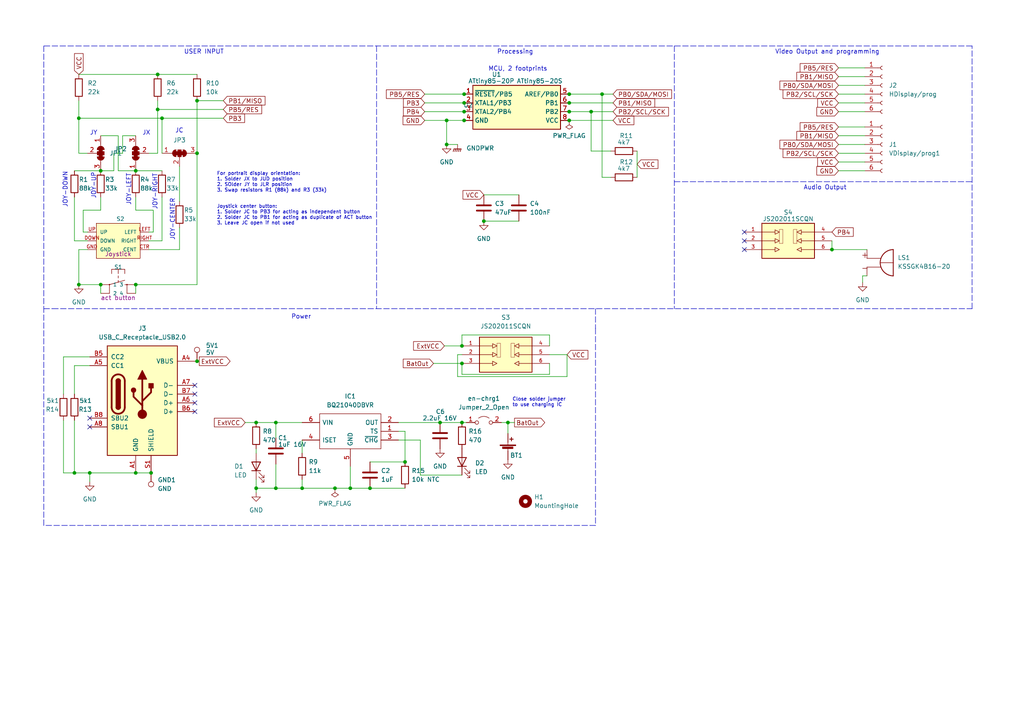
<source format=kicad_sch>
(kicad_sch (version 20211123) (generator eeschema)
  (paper "A4")
  (title_block (title "Tiny Handheld keychain ") (date "2022-11-21") (rev "2.1") (comment 2 "Heavely inspired by Yevgeniy Olexandrenko's design") (comment 3 "Designed by Casper R. Tak"))
  (lib_symbols
    (symbol "Connector:Conn_01x06_Female" (pin_names (offset 1.016) hide)
      (property "Reference" "J" (at 0 7.62 0))
      (property "Value" "Conn_01x06_Female" (at 0 -10.16 0))
      (symbol "Conn_01x06_Female_1_1"
        (arc (start 0 -7.112) (mid -0.508 -7.62) (end 0 -8.128) (stroke (width 0.1524)))
        (arc (start 0 -4.572) (mid -0.508 -5.08) (end 0 -5.588) (stroke (width 0.1524)))
        (arc (start 0 -2.032) (mid -0.508 -2.54) (end 0 -3.048) (stroke (width 0.1524)))
        (polyline (pts (xy -1.27 -7.62) (xy -0.508 -7.62)) (stroke (width 0.1524)))
        (polyline (pts (xy -1.27 -5.08) (xy -0.508 -5.08)) (stroke (width 0.1524)))
        (polyline (pts (xy -1.27 -2.54) (xy -0.508 -2.54)) (stroke (width 0.1524)))
        (polyline (pts (xy -1.27 0) (xy -0.508 0)) (stroke (width 0.1524)))
        (polyline (pts (xy -1.27 2.54) (xy -0.508 2.54)) (stroke (width 0.1524)))
        (polyline (pts (xy -1.27 5.08) (xy -0.508 5.08)) (stroke (width 0.1524)))
        (arc (start 0 0.508) (mid -0.508 0) (end 0 -0.508) (stroke (width 0.1524)))
        (arc (start 0 3.048) (mid -0.508 2.54) (end 0 2.032) (stroke (width 0.1524)))
        (arc (start 0 5.588) (mid -0.508 5.08) (end 0 4.572) (stroke (width 0.1524)))
        (pin passive line (at -5.08 5.08 0) (length 3.81) (name "Pin_1") (number "1"))
        (pin passive line (at -5.08 2.54 0) (length 3.81) (name "Pin_2") (number "2"))
        (pin passive line (at -5.08 0 0) (length 3.81) (name "Pin_3") (number "3"))
        (pin passive line (at -5.08 -2.54 0) (length 3.81) (name "Pin_4") (number "4"))
        (pin passive line (at -5.08 -5.08 0) (length 3.81) (name "Pin_5") (number "5"))
        (pin passive line (at -5.08 -7.62 0) (length 3.81) (name "Pin_6") (number "6"))
      )
    )
    (symbol "Connector:TestPoint" (pin_numbers hide) (pin_names (offset 0.762) hide)
      (property "Reference" "TP" (at 0 6.858 0))
      (property "Value" "TestPoint" (at 0 5.08 0))
      (symbol "TestPoint_0_1"
        (circle (center 0 3.302) (radius 0.762))
      )
      (symbol "TestPoint_1_1"
        (pin passive line (at 0 0 90) (length 2.54) (name "1") (number "1"))
      )
    )
    (symbol "Connector:USB_C_Receptacle_USB2.0" (pin_names (offset 1.016))
      (property "Reference" "J?" (at 0 23.495 0))
      (property "Value" "USB_C_Receptacle_USB2.0" (at 0 20.955 0))
      (symbol "USB_C_Receptacle_USB2.0_0_1"
        (rectangle (start -10.16 13.97) (end 10.16 -17.78) (stroke (width 0.254)) (fill (type background)))
        (arc (start -8.89 -3.81) (mid -6.985 -5.715) (end -5.08 -3.81) (stroke (width 0.508)))
        (arc (start -7.62 -3.81) (mid -6.985 -4.445) (end -6.35 -3.81) (stroke (width 0.254)))
        (arc (start -7.62 -3.81) (mid -6.985 -4.445) (end -6.35 -3.81) (stroke (width 0.254)) (fill (type outline)))
        (rectangle (start -7.62 -3.81) (end -6.35 3.81) (stroke (width 0.254)) (fill (type outline)))
        (arc (start -6.35 3.81) (mid -6.985 4.445) (end -7.62 3.81) (stroke (width 0.254)))
        (arc (start -6.35 3.81) (mid -6.985 4.445) (end -7.62 3.81) (stroke (width 0.254)) (fill (type outline)))
        (arc (start -5.08 3.81) (mid -6.985 5.715) (end -8.89 3.81) (stroke (width 0.508)))
        (circle (center -2.54 1.143) (radius 0.635) (stroke (width 0.254)) (fill (type outline)))
        (circle (center 0 -5.842) (radius 1.27) (fill (type outline)))
        (polyline (pts (xy -8.89 -3.81) (xy -8.89 3.81)) (stroke (width 0.508)))
        (polyline (pts (xy -5.08 3.81) (xy -5.08 -3.81)) (stroke (width 0.508)))
        (polyline (pts (xy 0 -5.842) (xy 0 4.318)) (stroke (width 0.508)))
        (polyline (pts (xy 0 -3.302) (xy -2.54 -0.762) (xy -2.54 0.508)) (stroke (width 0.508)))
        (polyline (pts (xy 0 -2.032) (xy 2.54 0.508) (xy 2.54 1.778)) (stroke (width 0.508)))
        (polyline (pts (xy -1.27 4.318) (xy 0 6.858) (xy 1.27 4.318) (xy -1.27 4.318)) (stroke (width 0.254)) (fill (type outline)))
        (rectangle (start 1.905 1.778) (end 3.175 3.048) (stroke (width 0.254)) (fill (type outline)))
      )
      (symbol "USB_C_Receptacle_USB2.0_1_1"
        (pin passive line (at -1.905 -22.86 90) (length 5.08) (name "GND") (number "A1"))
        (pin passive line (at -1.905 -22.86 90) (length 5.08) hide (name "GND") (number "A12"))
        (pin passive line (at 15.24 9.525 180) (length 5.08) (name "VBUS") (number "A4"))
        (pin bidirectional line (at -15.24 8.255 0) (length 5.08) (name "CC1") (number "A5"))
        (pin bidirectional line (at 15.24 -2.54 180) (length 5.08) (name "D+") (number "A6"))
        (pin bidirectional line (at 15.24 2.54 180) (length 5.08) (name "D-") (number "A7"))
        (pin bidirectional line (at -15.24 -9.525 0) (length 5.08) (name "SBU1") (number "A8"))
        (pin passive line (at 15.24 9.525 180) (length 5.08) hide (name "VBUS") (number "A9"))
        (pin passive line (at -1.905 -22.86 90) (length 5.08) hide (name "GND") (number "B1"))
        (pin passive line (at -1.905 -22.86 90) (length 5.08) hide (name "GND") (number "B12"))
        (pin passive line (at 15.24 9.525 180) (length 5.08) hide (name "VBUS") (number "B4"))
        (pin bidirectional line (at -15.24 10.795 0) (length 5.08) (name "CC2") (number "B5"))
        (pin bidirectional line (at 15.24 -5.08 180) (length 5.08) (name "D+") (number "B6"))
        (pin bidirectional line (at 15.24 0 180) (length 5.08) (name "D-") (number "B7"))
        (pin bidirectional line (at -15.24 -6.985 0) (length 5.08) (name "SBU2") (number "B8"))
        (pin passive line (at 15.24 9.525 180) (length 5.08) hide (name "VBUS") (number "B9"))
        (pin passive line (at 2.54 -22.86 90) (length 5.08) (name "SHIELD") (number "S1"))
      )
    )
    (symbol "Device:Battery_Cell" (pin_numbers hide) (pin_names (offset 0) hide)
      (property "Reference" "BT" (at 2.54 2.54 0))
      (property "Value" "Battery_Cell" (at 2.54 0 0))
      (symbol "Battery_Cell_0_1"
        (rectangle (start -2.286 1.778) (end 2.286 1.524) (fill (type outline)))
        (rectangle (start -1.5748 1.1938) (end 1.4732 0.6858) (fill (type outline)))
        (polyline (pts (xy 0 0.762) (xy 0 0)))
        (polyline (pts (xy 0 1.778) (xy 0 2.54)))
        (polyline (pts (xy 0.508 3.429) (xy 1.524 3.429)) (stroke (width 0.254)))
        (polyline (pts (xy 1.016 3.937) (xy 1.016 2.921)) (stroke (width 0.254)))
      )
      (symbol "Battery_Cell_1_1"
        (pin passive line (at 0 5.08 270) (length 2.54) (name "+") (number "1"))
        (pin passive line (at 0 -2.54 90) (length 2.54) (name "-") (number "2"))
      )
    )
    (symbol "Device:C" (pin_numbers hide) (pin_names (offset 0.254))
      (property "Reference" "C" (at 0.635 2.54 0))
      (property "Value" "C" (at 0.635 -2.54 0))
      (symbol "C_0_1"
        (polyline (pts (xy -2.032 -0.762) (xy 2.032 -0.762)) (stroke (width 0.508)))
        (polyline (pts (xy -2.032 0.762) (xy 2.032 0.762)) (stroke (width 0.508)))
      )
      (symbol "C_1_1"
        (pin passive line (at 0 3.81 270) (length 2.794) (name "~") (number "1"))
        (pin passive line (at 0 -3.81 90) (length 2.794) (name "~") (number "2"))
      )
    )
    (symbol "Device:LED" (pin_numbers hide) (pin_names (offset 1.016) hide)
      (property "Reference" "D" (at 0 2.54 0))
      (property "Value" "LED" (at 0 -2.54 0))
      (symbol "LED_0_1"
        (polyline (pts (xy -1.27 -1.27) (xy -1.27 1.27)) (stroke (width 0.254)))
        (polyline (pts (xy -1.27 0) (xy 1.27 0)))
        (polyline (pts (xy 1.27 -1.27) (xy 1.27 1.27) (xy -1.27 0) (xy 1.27 -1.27)) (stroke (width 0.254)))
        (polyline (pts (xy -3.048 -0.762) (xy -4.572 -2.286) (xy -3.81 -2.286) (xy -4.572 -2.286) (xy -4.572 -1.524)))
        (polyline (pts (xy -1.778 -0.762) (xy -3.302 -2.286) (xy -2.54 -2.286) (xy -3.302 -2.286) (xy -3.302 -1.524)))
      )
      (symbol "LED_1_1"
        (pin passive line (at -3.81 0 0) (length 2.54) (name "K") (number "1"))
        (pin passive line (at 3.81 0 180) (length 2.54) (name "A") (number "2"))
      )
    )
    (symbol "Device:R" (pin_numbers hide) (pin_names (offset 0))
      (property "Reference" "R" (at 2.032 0 90))
      (property "Value" "R" (at 0 0 90))
      (symbol "R_0_1"
        (rectangle (start -1.016 -2.54) (end 1.016 2.54) (stroke (width 0.254)))
      )
      (symbol "R_1_1"
        (pin passive line (at 0 3.81 270) (length 1.27) (name "~") (number "1"))
        (pin passive line (at 0 -3.81 90) (length 1.27) (name "~") (number "2"))
      )
    )
    (symbol "JS202011SCQN:JS202011SCQN" (pin_names (offset 1.016) hide)
      (property "Reference" "S" (at -7.62 6.35 0))
      (property "Value" "JS202011SCQN" (at -7.62 -6.35 0))
      (symbol "JS202011SCQN_0_0"
        (rectangle (start -7.62 -5.08) (end 7.62 5.08) (stroke (width 0.254)) (fill (type background)))
        (polyline (pts (xy -7.62 -2.54) (xy -3.81 -2.54)) (stroke (width 0.1524)))
        (polyline (pts (xy -7.62 0) (xy -3.81 0)) (stroke (width 0.1524)))
        (polyline (pts (xy -7.62 2.54) (xy -3.81 2.54)) (stroke (width 0.1524)))
        (polyline (pts (xy 7.62 -2.54) (xy 3.81 -2.54)) (stroke (width 0.1524)))
        (polyline (pts (xy 7.62 0) (xy 3.81 0)) (stroke (width 0.1524)))
        (polyline (pts (xy 7.62 2.54) (xy 3.81 2.54)) (stroke (width 0.1524)))
        (polyline (pts (xy -3.81 -1.905) (xy -3.81 -3.175) (xy -2.54 -2.54) (xy -3.81 -1.905)) (stroke (width 0.1524)) (fill (type background)))
        (polyline (pts (xy -3.81 0.635) (xy -3.81 -0.635) (xy -2.54 0) (xy -3.81 0.635)) (stroke (width 0.1524)) (fill (type background)))
        (polyline (pts (xy -3.81 3.175) (xy -3.81 1.905) (xy -2.54 2.54) (xy -3.81 3.175)) (stroke (width 0.1524)) (fill (type background)))
        (polyline (pts (xy 3.81 -3.175) (xy 3.81 -1.905) (xy 2.54 -2.54) (xy 3.81 -3.175)) (stroke (width 0.1524)) (fill (type background)))
        (polyline (pts (xy 3.81 -0.635) (xy 3.81 0.635) (xy 2.54 0) (xy 3.81 -0.635)) (stroke (width 0.1524)) (fill (type background)))
        (polyline (pts (xy 3.81 1.905) (xy 3.81 3.175) (xy 2.54 2.54) (xy 3.81 1.905)) (stroke (width 0.1524)) (fill (type background)))
        (polyline (pts (xy -2.54 3.302) (xy -2.54 -0.762) (xy -1.524 -0.762) (xy -1.524 3.302) (xy -2.54 3.302)) (stroke (width 0.0254)) (fill (type background)))
        (polyline (pts (xy 1.524 3.302) (xy 1.524 -0.762) (xy 2.54 -0.762) (xy 2.54 3.302) (xy 1.524 3.302)) (stroke (width 0.0254)) (fill (type background)))
        (pin passive line (at -12.7 2.54 0) (length 5.08) (name "~") (number "1"))
        (pin passive line (at -12.7 0 0) (length 5.08) (name "~") (number "2"))
        (pin passive line (at -12.7 -2.54 0) (length 5.08) (name "~") (number "3"))
        (pin passive line (at 12.7 2.54 180) (length 5.08) (name "~") (number "4"))
        (pin passive line (at 12.7 0 180) (length 5.08) (name "~") (number "5"))
        (pin passive line (at 12.7 -2.54 180) (length 5.08) (name "~") (number "6"))
      )
    )
    (symbol "Jumper:Jumper_2_Open" (pin_names (offset 0) hide)
      (property "Reference" "JP" (at 0 2.794 0))
      (property "Value" "Jumper_2_Open" (at 0 -2.286 0))
      (symbol "Jumper_2_Open_0_0"
        (circle (center -2.032 0) (radius 0.508))
        (circle (center 2.032 0) (radius 0.508))
      )
      (symbol "Jumper_2_Open_0_1"
        (arc (start 1.524 1.27) (mid 0 1.778) (end -1.524 1.27))
      )
      (symbol "Jumper_2_Open_1_1"
        (pin passive line (at -5.08 0 0) (length 2.54) (name "A") (number "1"))
        (pin passive line (at 5.08 0 180) (length 2.54) (name "B") (number "2"))
      )
    )
    (symbol "Jumper:SolderJumper_3_Bridged123" (pin_names (offset 0) hide)
      (property "Reference" "JP" (at -2.54 -2.54 0))
      (property "Value" "SolderJumper_3_Bridged123" (at 0 2.794 0))
      (symbol "SolderJumper_3_Bridged123_0_1"
        (rectangle (start -1.016 0.508) (end -0.508 -0.508) (fill (type outline)))
        (arc (start -1.016 1.016) (mid -2.032 0) (end -1.016 -1.016))
        (arc (start -1.016 1.016) (mid -2.032 0) (end -1.016 -1.016) (fill (type outline)))
        (rectangle (start -0.508 1.016) (end 0.508 -1.016) (fill (type outline)))
        (polyline (pts (xy -2.54 0) (xy -2.032 0)))
        (polyline (pts (xy -1.016 1.016) (xy -1.016 -1.016)))
        (polyline (pts (xy 0 -1.27) (xy 0 -1.016)))
        (polyline (pts (xy 1.016 1.016) (xy 1.016 -1.016)))
        (polyline (pts (xy 2.54 0) (xy 2.032 0)))
        (rectangle (start 0.508 0.508) (end 1.016 -0.508) (fill (type outline)))
        (arc (start 1.016 -1.016) (mid 2.032 0) (end 1.016 1.016))
        (arc (start 1.016 -1.016) (mid 2.032 0) (end 1.016 1.016) (fill (type outline)))
      )
      (symbol "SolderJumper_3_Bridged123_1_1"
        (pin passive line (at -5.08 0 0) (length 2.54) (name "A") (number "1"))
        (pin passive line (at 0 -3.81 90) (length 2.54) (name "C") (number "2"))
        (pin passive line (at 5.08 0 180) (length 2.54) (name "B") (number "3"))
      )
    )
    (symbol "KSSGK4B16-20:KSSGK4B16-20" (pin_numbers hide) (pin_names (offset 1.016) hide)
      (property "Reference" "LS" (at -2.54 6.35 0))
      (property "Value" "KSSGK4B16-20" (at -2.54 -5.08 0))
      (symbol "KSSGK4B16-20_0_0"
        (polyline (pts (xy -2.54 0) (xy 1.397 0)) (stroke (width 0.1524)))
        (polyline (pts (xy -2.54 2.54) (xy 1.397 2.54)) (stroke (width 0.1524)))
        (polyline (pts (xy 1.27 1.27) (xy 5.08 1.27)) (stroke (width 0.1524)))
        (polyline (pts (xy 5.08 1.27) (xy 5.08 -2.54)) (stroke (width 0.254)))
        (polyline (pts (xy 5.08 5.08) (xy 5.08 1.27)) (stroke (width 0.254)))
        (arc (start 5.08 5.08) (mid 1.27 1.27) (end 5.08 -2.54) (stroke (width 0.254)))
        (text "+" (at -4.318 2.54 0) (effects (font (size 1.778 1.778)) (justify left bottom)))
        (text "-" (at -4.318 -1.27 0) (effects (font (size 1.778 1.778)) (justify left bottom)))
        (pin passive line (at -2.54 -2.54 90) (length 2.54) (name "~") (number "N"))
        (pin passive line (at -2.54 5.08 270) (length 2.54) (name "~") (number "P"))
      )
    )
    (symbol "MCU_Microchip_ATtiny:ATtiny85-20P"
      (property "Reference" "U?" (at 0.635 12.065 0))
      (property "Value" "ATtiny85-20P" (at 7.62 10.16 0))
      (symbol "ATtiny85-20P_0_1"
        (rectangle (start -12.7 8.89) (end 12.7 -3.81) (stroke (width 0.254)) (fill (type background)))
      )
      (symbol "ATtiny85-20P_1_1"
        (pin bidirectional line (at -15.24 6.35 0) (length 2.54) (name "~{RESET}/PB5") (number "1"))
        (pin bidirectional line (at -15.24 3.81 0) (length 2.54) (name "XTAL1/PB3") (number "2"))
        (pin bidirectional line (at -15.24 1.27 0) (length 2.54) (name "XTAL2/PB4") (number "3"))
        (pin power_in line (at -15.24 -1.27 0) (length 2.54) (name "GND") (number "4"))
        (pin bidirectional line (at 15.24 6.35 180) (length 2.54) (name "AREF/PB0") (number "5"))
        (pin bidirectional line (at 15.24 3.81 180) (length 2.54) (name "PB1") (number "6"))
        (pin bidirectional line (at 15.24 1.27 180) (length 2.54) (name "PB2") (number "7"))
        (pin power_in line (at 15.24 -1.27 180) (length 2.54) (name "VCC") (number "8"))
      )
    )
    (symbol "MCU_Microchip_ATtiny:ATtiny85-20S"
      (property "Reference" "U?" (at -13.97 1.2701 0))
      (property "Value" "ATtiny85-20S" (at -13.97 -1.2699 0))
      (symbol "ATtiny85-20S_0_1"
        (rectangle (start -13.97 6.985) (end 11.43 -5.715) (stroke (width 0.254)) (fill (type background)))
      )
      (symbol "ATtiny85-20S_1_1"
        (pin bidirectional line (at -16.51 4.445 0) (length 2.54) (name "~{RESET}/PB5") (number "1"))
        (pin bidirectional line (at -16.51 1.905 0) (length 2.54) (name "XTAL1/PB3") (number "2"))
        (pin bidirectional line (at -16.51 -0.635 0) (length 2.54) (name "XTAL2/PB4") (number "3"))
        (pin power_in line (at -16.51 -3.175 0) (length 2.54) (name "GND") (number "4"))
        (pin bidirectional line (at 13.97 4.445 180) (length 2.54) (name "AREF/PB0") (number "5"))
        (pin bidirectional line (at 13.97 1.905 180) (length 2.54) (name "PB1") (number "6"))
        (pin bidirectional line (at 13.97 -0.635 180) (length 2.54) (name "PB2") (number "7"))
        (pin power_in line (at 13.97 -3.175 180) (length 2.54) (name "VCC") (number "8"))
      )
    )
    (symbol "Mechanical:MountingHole" (pin_names (offset 1.016))
      (property "Reference" "H" (at 0 5.08 0))
      (property "Value" "MountingHole" (at 0 3.175 0))
      (symbol "MountingHole_0_1"
        (circle (center 0 0) (radius 1.27) (stroke (width 1.27)))
      )
    )
    (symbol "SamacSys_Parts:BQ21040DBVR" (pin_names (offset 0.762))
      (property "Reference" "IC1" (at 0.635 10.795 0))
      (property "Value" "BQ21040DBVR" (at 0.635 8.255 0))
      (symbol "BQ21040DBVR_0_0"
        (pin input line (at 14.605 0.635 180) (length 5.08) (name "TS") (number "1"))
        (pin power_out line (at 14.605 3.175 180) (length 5.08) (name "OUT") (number "2"))
        (pin output line (at 14.605 -1.905 180) (length 5.08) (name "~{CHG}") (number "3"))
        (pin input line (at -13.335 -1.905 0) (length 5.08) (name "ISET") (number "4"))
        (pin passive line (at 0.635 -9.525 90) (length 5.08) (name "GND") (number "5"))
        (pin input line (at -13.335 3.175 0) (length 5.08) (name "VIN") (number "6"))
      )
      (symbol "BQ21040DBVR_0_1"
        (polyline (pts (xy -8.255 5.715) (xy 9.525 5.715) (xy 9.525 -4.445) (xy -8.255 -4.445) (xy -8.255 5.715)) (stroke (width 0.1524)))
      )
    )
    (symbol "SparkFun-Switches:JOYSTICK_MINI" (pin_names (offset 1.016))
      (property "Reference" "S2" (at -2.54 6.35 0))
      (property "Purpose" "Joystick" (at -3.175 -3.81 0))
      (symbol "JOYSTICK_MINI_1_1"
        (polyline (pts (xy -9.525 5.08) (xy 3.175 5.08) (xy 3.175 -5.08) (xy -9.525 -5.08) (xy -9.525 5.08)) (fill (type background)))
        (pin bidirectional line (at 5.715 -2.54 180) (length 2.54) (name "CENT") (number "CTR"))
        (pin bidirectional line (at -12.065 0 0) (length 2.54) (name "DOWN") (number "DOWN"))
        (pin bidirectional line (at -12.065 -2.54 0) (length 2.54) (name "GND") (number "GND"))
        (pin bidirectional line (at 5.715 2.54 180) (length 2.54) (name "LEFT") (number "LEFT"))
        (pin bidirectional line (at 5.715 0 180) (length 2.54) (name "RIGHT") (number "RIGHT"))
        (pin bidirectional line (at -12.065 2.54 0) (length 2.54) (name "UP") (number "UP"))
      )
    )
    (symbol "SparkFun-Switches:MOMENTARY-SWITCH-SPST-2-SMD-5.2MM" (pin_numbers hide) (pin_names (offset 1.016))
      (property "Reference" "S" (at -5.08 1.27 0))
      (property "Value" "MOMENTARY-SWITCH-SPST-2-SMD-5.2MM" (at -5.08 -5.08 0))
      (property "Field4" "SWCH-08247" (at 0 7.62 0))
      (symbol "MOMENTARY-SWITCH-SPST-2-SMD-5.2MM_1_0"
        (polyline (pts (xy -2.54 -2.54) (xy -2.54 0)))
        (polyline (pts (xy -2.54 0) (xy 1.905 1.27)))
        (polyline (pts (xy -1.905 4.445) (xy -1.905 3.175)))
        (polyline (pts (xy 0 1.27) (xy 0 0.635)))
        (polyline (pts (xy 0 2.54) (xy 0 1.905)))
        (polyline (pts (xy 0 4.445) (xy -1.905 4.445)))
        (polyline (pts (xy 0 4.445) (xy 0 3.175)))
        (polyline (pts (xy 1.905 0) (xy 2.54 0)))
        (polyline (pts (xy 1.905 4.445) (xy 0 4.445)))
        (polyline (pts (xy 1.905 4.445) (xy 1.905 3.175)))
        (polyline (pts (xy 2.54 -2.54) (xy 2.54 0)))
      )
      (symbol "MOMENTARY-SWITCH-SPST-2-SMD-5.2MM_1_1"
        (circle (center -2.54 0) (radius 0.127) (fill (type outline)))
        (circle (center 2.54 0) (radius 0.127) (fill (type outline)))
        (pin passive line (at -5.08 0 0) (length 2.54) (name "1") (number "1"))
        (pin passive line (at -5.08 -2.54 0) (length 2.54) (name "2") (number "2"))
        (pin passive line (at 5.08 0 180) (length 2.54) (name "3") (number "3"))
        (pin passive line (at 5.08 -2.54 180) (length 2.54) (name "4") (number "4"))
      )
    )
    (symbol "power:GND" (power) (pin_names (offset 0))
      (property "Value" "GND" (at 0 -3.81 0))
      (symbol "GND_0_1"
        (polyline (pts (xy 0 0) (xy 0 -1.27) (xy 1.27 -1.27) (xy 0 -2.54) (xy -1.27 -1.27) (xy 0 -1.27)))
      )
      (symbol "GND_1_1"
        (pin power_in line (at 0 0 270) (length 0) hide (name "GND") (number "1"))
      )
    )
    (symbol "power:GNDPWR" (power) (pin_names (offset 0))
      (property "Value" "GNDPWR" (at 0 -3.302 0))
      (symbol "GNDPWR_0_1"
        (polyline (pts (xy 0 -1.27) (xy 0 0)))
        (polyline (pts (xy -1.016 -1.27) (xy -1.27 -2.032) (xy -1.27 -2.032)) (stroke (width 0.2032)))
        (polyline (pts (xy -0.508 -1.27) (xy -0.762 -2.032) (xy -0.762 -2.032)) (stroke (width 0.2032)))
        (polyline (pts (xy 0 -1.27) (xy -0.254 -2.032) (xy -0.254 -2.032)) (stroke (width 0.2032)))
        (polyline (pts (xy 0.508 -1.27) (xy 0.254 -2.032) (xy 0.254 -2.032)) (stroke (width 0.2032)))
        (polyline (pts (xy 1.016 -1.27) (xy -1.016 -1.27) (xy -1.016 -1.27)) (stroke (width 0.2032)))
        (polyline (pts (xy 1.016 -1.27) (xy 0.762 -2.032) (xy 0.762 -2.032) (xy 0.762 -2.032)) (stroke (width 0.2032)))
      )
      (symbol "GNDPWR_1_1"
        (pin power_in line (at 0 0 270) (length 0) hide (name "GNDPWR") (number "1"))
      )
    )
    (symbol "power:PWR_FLAG" (power) (pin_numbers hide) (pin_names (offset 0) hide)
      (property "Value" "PWR_FLAG" (at 0 3.81 0))
      (symbol "PWR_FLAG_0_0"
        (pin power_out line (at 0 0 90) (length 0) (name "pwr") (number "1"))
      )
      (symbol "PWR_FLAG_0_1"
        (polyline (pts (xy 0 0) (xy 0 1.27) (xy -1.016 1.905) (xy 0 2.54) (xy 1.016 1.905) (xy 0 1.27)))
      )
    )
  )
  (junction (at 174.625 27.305))
  (junction (at 29.21 82.55))
  (junction (at 165.1 27.305))
  (junction (at 134.62 29.845))
  (junction (at 39.37 82.55))
  (junction (at 80.01 122.555))
  (junction (at 134.62 32.385))
  (junction (at 165.1 34.925))
  (junction (at 165.1 32.385))
  (junction (at 57.15 44.45))
  (junction (at 57.15 29.21))
  (junction (at 39.37 137.16))
  (junction (at 97.155 141.605))
  (junction (at 21.59 137.16))
  (junction (at 133.985 100.33))
  (junction (at 140.335 64.135))
  (junction (at 45.72 21.59))
  (junction (at 129.54 41.91))
  (junction (at 74.295 141.605))
  (junction (at 134.62 34.925))
  (junction (at 26.035 137.16))
  (junction (at 117.475 133.985))
  (junction (at 43.815 137.16))
  (junction (at 107.315 141.605))
  (junction (at 74.295 122.555))
  (junction (at 80.01 141.605))
  (junction (at 134.62 27.305))
  (junction (at 171.45 32.385))
  (junction (at 101.6 141.605))
  (junction (at 129.54 34.925))
  (junction (at 147.32 122.555))
  (junction (at 87.63 141.605))
  (junction (at 22.86 82.55))
  (junction (at 29.21 49.53))
  (junction (at 46.99 34.29))
  (junction (at 165.1 29.845))
  (junction (at 57.15 104.775))
  (junction (at 241.3 72.39))
  (junction (at 133.985 105.41))
  (junction (at 133.985 122.555))
  (junction (at 39.37 49.53))
  (junction (at 45.72 31.75))
  (junction (at 22.86 34.29))
  (junction (at 127.635 122.555))
  (no_connect (at 26.035 121.285))
  (no_connect (at 56.515 111.76))
  (no_connect (at 56.515 114.3))
  (no_connect (at 56.515 116.84))
  (no_connect (at 56.515 119.38))
  (no_connect (at 26.035 123.825))
  (no_connect (at 215.9 67.31))
  (no_connect (at 215.9 69.85))
  (no_connect (at 215.9 72.39))
  (wire (pts (xy 147.32 122.555) (xy 147.32 125.73)))
  (wire (pts (xy 165.1 34.925) (xy 177.8 34.925)))
  (wire (pts (xy 46.99 69.85) (xy 43.18 69.85)))
  (wire (pts (xy 46.99 34.29) (xy 64.77 34.29)))
  (wire (pts (xy 74.295 130.175) (xy 74.295 131.445)))
  (wire (pts (xy 159.385 105.41) (xy 159.385 108.585)))
  (wire (pts (xy 22.86 21.59) (xy 45.72 21.59)))
  (polyline (pts (xy 172.72 89.535) (xy 172.72 95.25)))
  (wire (pts (xy 101.6 141.605) (xy 107.315 141.605)))
  (wire (pts (xy 33.02 49.53) (xy 29.21 49.53)))
  (wire (pts (xy 52.07 72.39) (xy 43.18 72.39)))
  (wire (pts (xy 159.385 102.87) (xy 164.465 102.87)))
  (wire (pts (xy 57.15 29.21) (xy 57.15 44.45)))
  (wire (pts (xy 34.29 39.37) (xy 34.29 49.53)))
  (wire (pts (xy 140.335 56.515) (xy 150.495 56.515)))
  (wire (pts (xy 39.37 49.53) (xy 46.99 49.53)))
  (wire (pts (xy 117.475 125.095) (xy 115.57 125.095)))
  (wire (pts (xy 80.01 122.555) (xy 87.63 122.555)))
  (wire (pts (xy 133.985 100.33) (xy 133.985 97.155)))
  (polyline (pts (xy 109.22 13.335) (xy 109.22 89.535)))
  (wire (pts (xy 97.155 141.605) (xy 101.6 141.605)))
  (wire (pts (xy 22.86 29.21) (xy 22.86 34.29)))
  (wire (pts (xy 241.3 69.85) (xy 241.3 72.39)))
  (wire (pts (xy 29.21 57.15) (xy 29.21 60.96)))
  (wire (pts (xy 71.12 122.555) (xy 74.295 122.555)))
  (wire (pts (xy 129.54 34.925) (xy 134.62 34.925)))
  (wire (pts (xy 21.59 69.85) (xy 25.4 69.85)))
  (wire (pts (xy 184.785 43.815) (xy 184.785 51.435)))
  (wire (pts (xy 125.73 105.41) (xy 133.985 105.41)))
  (wire (pts (xy 35.56 44.45) (xy 33.02 44.45)))
  (wire (pts (xy 165.1 32.385) (xy 171.45 32.385)))
  (wire (pts (xy 147.32 122.555) (xy 149.225 122.555)))
  (wire (pts (xy 164.465 102.87) (xy 164.465 109.22)))
  (wire (pts (xy 45.72 44.45) (xy 43.18 44.45)))
  (wire (pts (xy 39.37 57.15) (xy 39.37 60.96)))
  (wire (pts (xy 45.72 31.75) (xy 45.72 44.45)))
  (wire (pts (xy 25.4 72.39) (xy 22.86 72.39)))
  (wire (pts (xy 243.205 27.305) (xy 250.825 27.305)))
  (wire (pts (xy 44.45 60.96) (xy 44.45 67.31)))
  (wire (pts (xy 57.15 82.55) (xy 57.15 44.45)))
  (wire (pts (xy 129.54 41.91) (xy 132.715 41.91)))
  (wire (pts (xy 123.19 32.385) (xy 134.62 32.385)))
  (wire (pts (xy 87.63 127.635) (xy 87.63 131.445)))
  (wire (pts (xy 123.19 34.925) (xy 129.54 34.925)))
  (polyline (pts (xy 12.7 152.4) (xy 12.7 89.535)))
  (wire (pts (xy 123.19 29.845) (xy 134.62 29.845)))
  (wire (pts (xy 22.86 72.39) (xy 22.86 82.55)))
  (wire (pts (xy 29.21 39.37) (xy 34.29 39.37)))
  (wire (pts (xy 74.295 122.555) (xy 80.01 122.555)))
  (wire (pts (xy 52.07 48.26) (xy 52.07 58.42)))
  (wire (pts (xy 165.1 27.305) (xy 174.625 27.305)))
  (wire (pts (xy 174.625 27.305) (xy 174.625 51.435)))
  (wire (pts (xy 18.415 103.505) (xy 26.035 103.505)))
  (wire (pts (xy 250.19 80.01) (xy 250.19 81.915)))
  (wire (pts (xy 18.415 121.92) (xy 18.415 137.16)))
  (wire (pts (xy 22.86 44.45) (xy 22.86 34.29)))
  (wire (pts (xy 39.37 39.37) (xy 35.56 39.37)))
  (wire (pts (xy 29.21 60.96) (xy 24.13 60.96)))
  (wire (pts (xy 243.205 32.385) (xy 250.825 32.385)))
  (wire (pts (xy 46.99 34.29) (xy 46.99 44.45)))
  (wire (pts (xy 74.295 141.605) (xy 80.01 141.605)))
  (wire (pts (xy 45.72 29.21) (xy 45.72 31.75)))
  (wire (pts (xy 39.37 82.55) (xy 57.15 82.55)))
  (wire (pts (xy 80.01 122.555) (xy 80.01 127)))
  (wire (pts (xy 44.45 67.31) (xy 43.18 67.31)))
  (wire (pts (xy 34.29 49.53) (xy 39.37 49.53)))
  (wire (pts (xy 56.515 104.775) (xy 57.15 104.775)))
  (wire (pts (xy 22.86 34.29) (xy 46.99 34.29)))
  (wire (pts (xy 21.59 49.53) (xy 29.21 49.53)))
  (wire (pts (xy 140.335 64.135) (xy 150.495 64.135)))
  (wire (pts (xy 22.86 82.55) (xy 29.21 82.55)))
  (wire (pts (xy 24.13 60.96) (xy 24.13 67.31)))
  (wire (pts (xy 39.37 82.55) (xy 39.37 85.09)))
  (wire (pts (xy 159.385 108.585) (xy 133.985 108.585)))
  (polyline (pts (xy 15.24 89.535) (xy 281.94 89.535)))
  (wire (pts (xy 80.01 141.605) (xy 87.63 141.605)))
  (wire (pts (xy 132.715 102.87) (xy 133.985 102.87)))
  (wire (pts (xy 21.59 121.92) (xy 21.59 137.16)))
  (wire (pts (xy 87.63 141.605) (xy 97.155 141.605)))
  (wire (pts (xy 26.035 139.7) (xy 26.035 137.16)))
  (wire (pts (xy 243.205 36.83) (xy 250.825 36.83)))
  (wire (pts (xy 123.19 27.305) (xy 134.62 27.305)))
  (polyline (pts (xy 195.58 52.705) (xy 281.94 52.705)))
  (wire (pts (xy 18.415 103.505) (xy 18.415 114.3)))
  (wire (pts (xy 80.01 134.62) (xy 80.01 141.605)))
  (wire (pts (xy 101.6 141.605) (xy 101.6 135.255)))
  (wire (pts (xy 127.635 122.555) (xy 133.985 122.555)))
  (wire (pts (xy 46.99 57.15) (xy 46.99 69.85)))
  (wire (pts (xy 171.45 32.385) (xy 177.8 32.385)))
  (wire (pts (xy 251.46 80.01) (xy 250.19 80.01)))
  (wire (pts (xy 39.37 137.16) (xy 43.815 137.16)))
  (wire (pts (xy 129.54 34.925) (xy 129.54 41.91)))
  (wire (pts (xy 128.905 100.33) (xy 133.985 100.33)))
  (wire (pts (xy 243.205 49.53) (xy 250.825 49.53)))
  (wire (pts (xy 45.72 31.75) (xy 64.77 31.75)))
  (wire (pts (xy 74.295 142.875) (xy 74.295 141.605)))
  (wire (pts (xy 159.385 97.155) (xy 159.385 100.33)))
  (polyline (pts (xy 281.94 89.535) (xy 281.94 13.335)))
  (wire (pts (xy 171.45 43.815) (xy 171.45 32.385)))
  (wire (pts (xy 26.035 137.16) (xy 39.37 137.16)))
  (wire (pts (xy 115.57 127.635) (xy 121.92 127.635)))
  (wire (pts (xy 164.465 109.22) (xy 132.715 109.22)))
  (wire (pts (xy 107.315 141.605) (xy 117.475 141.605)))
  (wire (pts (xy 21.59 137.16) (xy 26.035 137.16)))
  (wire (pts (xy 145.415 122.555) (xy 147.32 122.555)))
  (wire (pts (xy 241.3 72.39) (xy 251.46 72.39)))
  (wire (pts (xy 177.165 51.435) (xy 174.625 51.435)))
  (polyline (pts (xy 172.72 95.25) (xy 172.72 152.4)))
  (wire (pts (xy 52.07 66.04) (xy 52.07 72.39)))
  (wire (pts (xy 57.15 29.21) (xy 64.77 29.21)))
  (wire (pts (xy 174.625 27.305) (xy 177.8 27.305)))
  (wire (pts (xy 243.205 41.91) (xy 250.825 41.91)))
  (wire (pts (xy 243.205 24.765) (xy 250.825 24.765)))
  (wire (pts (xy 243.205 22.225) (xy 250.825 22.225)))
  (wire (pts (xy 35.56 39.37) (xy 35.56 44.45)))
  (wire (pts (xy 21.59 106.045) (xy 26.035 106.045)))
  (wire (pts (xy 243.205 19.685) (xy 250.825 19.685)))
  (wire (pts (xy 24.13 67.31) (xy 25.4 67.31)))
  (wire (pts (xy 117.475 133.985) (xy 117.475 125.095)))
  (wire (pts (xy 21.59 106.045) (xy 21.59 114.3)))
  (wire (pts (xy 25.4 44.45) (xy 22.86 44.45)))
  (wire (pts (xy 243.205 44.45) (xy 250.825 44.45)))
  (wire (pts (xy 133.985 97.155) (xy 159.385 97.155)))
  (wire (pts (xy 165.1 29.845) (xy 177.8 29.845)))
  (wire (pts (xy 57.15 104.775) (xy 57.785 104.775)))
  (wire (pts (xy 177.165 43.815) (xy 171.45 43.815)))
  (polyline (pts (xy 12.7 89.535) (xy 15.24 89.535)))
  (wire (pts (xy 21.59 57.15) (xy 21.59 69.85)))
  (wire (pts (xy 45.72 21.59) (xy 57.15 21.59)))
  (wire (pts (xy 133.985 122.555) (xy 135.255 122.555)))
  (wire (pts (xy 121.92 137.795) (xy 121.92 127.635)))
  (wire (pts (xy 243.205 46.99) (xy 250.825 46.99)))
  (wire (pts (xy 29.21 82.55) (xy 29.21 85.09)))
  (wire (pts (xy 115.57 122.555) (xy 127.635 122.555)))
  (wire (pts (xy 243.205 29.845) (xy 250.825 29.845)))
  (wire (pts (xy 243.205 39.37) (xy 250.825 39.37)))
  (wire (pts (xy 33.02 44.45) (xy 33.02 49.53)))
  (polyline (pts (xy 12.7 13.335) (xy 12.7 89.535)))
  (wire (pts (xy 18.415 137.16) (xy 21.59 137.16)))
  (wire (pts (xy 39.37 60.96) (xy 44.45 60.96)))
  (polyline (pts (xy 281.94 13.335) (xy 12.7 13.335)))
  (polyline (pts (xy 195.58 13.335) (xy 195.58 89.535)))
  (wire (pts (xy 133.985 105.41) (xy 133.985 108.585)))
  (wire (pts (xy 132.715 109.22) (xy 132.715 102.87)))
  (wire (pts (xy 87.63 139.065) (xy 87.63 141.605)))
  (wire (pts (xy 107.315 133.985) (xy 117.475 133.985)))
  (polyline (pts (xy 172.72 152.4) (xy 12.7 152.4)))
  (wire (pts (xy 74.295 141.605) (xy 74.295 139.065)))
  (wire (pts (xy 133.985 137.795) (xy 121.92 137.795)))
  (text "JOY-UP\n" (at 27.94 57.785 90) (effects (font (size 1.27 1.27)) (justify left bottom)))
  (text "JY" (at 26.035 39.37 0) (effects (font (size 1.27 1.27)) (justify left bottom)))
  (text "MCU, 2 footprints\n\n" (at 141.605 22.86 0) (effects (font (size 1.27 1.27)) (justify left bottom)))
  (text "Audio Output" (at 233.045 55.245 0) (effects (font (size 1.27 1.27)) (justify left bottom)))
  (text "Power" (at 84.455 92.71 0) (effects (font (size 1.27 1.27)) (justify left bottom)))
  (text "JC" (at 50.8 38.735 0) (effects (font (size 1.27 1.27)) (justify left bottom)))
  (text "JOY-LEFT" (at 38.1 59.69 90) (effects (font (size 1.27 1.27)) (justify left bottom)))
  (text "For portrait display orientation:\n1. Solder JX to JUD position\n2. SOlder JY to JLR position\n3. Swap resistors R1 (88k) and R3 (33k)" (at 62.865 55.88 0) (effects (font (size 1 1)) (justify left bottom)))
  (text "Close solder jumper \nto use charging IC" (at 148.59 118.11 0) (effects (font (size 1 1)) (justify left bottom)))
  (text "USER INPUT" (at 53.34 15.875 0) (effects (font (size 1.27 1.27)) (justify left bottom)))
  (text "Video Output and programming\n" (at 224.79 15.875 0) (effects (font (size 1.27 1.27)) (justify left bottom)))
  (text "JOY-CENTER" (at 50.8 69.85 90) (effects (font (size 1.27 1.27)) (justify left bottom)))
  (text "JOY-RIGHT\n" (at 45.72 60.96 90) (effects (font (size 1.27 1.27)) (justify left bottom)))
  (text "JX" (at 41.275 39.37 0) (effects (font (size 1.27 1.27)) (justify left bottom)))
  (text "Joystick center button:\n1. Solder JC to PB3 for acting as independent button\n2. Solder JC to PB1 for acting as duplicate of ACT button\n3. Leave JC open if not used\n" (at 62.865 65.405 0) (effects (font (size 1 1)) (justify left bottom)))
  (text "JOY-DOWN" (at 19.685 60.325 90) (effects (font (size 1.27 1.27)) (justify left bottom)))
  (text "Processing" (at 144.145 15.875 0) (effects (font (size 1.27 1.27)) (justify left bottom)))
  (global_label "PB2{slash}SCL{slash}SCK" (shape input) (at 243.205 44.45 180) (property "Intersheet References" "${INTERSHEET_REFS}" (effects hide)))
  (global_label "PB1{slash}MISO" (shape input) (at 243.205 39.37 180) (property "Intersheet References" "${INTERSHEET_REFS}" (effects hide)))
  (global_label "PB1{slash}MISO" (shape input) (at 243.205 22.225 180) (property "Intersheet References" "${INTERSHEET_REFS}" (effects hide)))
  (global_label "VCC" (shape input) (at 140.335 56.515 180) (property "Intersheet References" "${INTERSHEET_REFS}" (effects hide)))
  (global_label "PB2{slash}SCL{slash}SCK" (shape input) (at 243.205 27.305 180) (property "Intersheet References" "${INTERSHEET_REFS}" (effects hide)))
  (global_label "PB0{slash}SDA{slash}MOSI" (shape input) (at 177.8 27.305 0) (property "Intersheet References" "${INTERSHEET_REFS}" (effects hide)))
  (global_label "PB3" (shape input) (at 123.19 29.845 180) (property "Intersheet References" "${INTERSHEET_REFS}" (effects hide)))
  (global_label "PB5{slash}RES" (shape input) (at 243.205 19.685 180) (property "Intersheet References" "${INTERSHEET_REFS}" (effects hide)))
  (global_label "GND" (shape input) (at 243.205 49.53 180) (property "Intersheet References" "${INTERSHEET_REFS}" (effects hide)))
  (global_label "PB1{slash}MISO" (shape input) (at 64.77 29.21 0) (property "Intersheet References" "${INTERSHEET_REFS}" (effects hide)))
  (global_label "VCC" (shape input) (at 184.785 47.625 0) (property "Intersheet References" "${INTERSHEET_REFS}" (effects hide)))
  (global_label "GND" (shape input) (at 243.205 32.385 180) (property "Intersheet References" "${INTERSHEET_REFS}" (effects hide)))
  (global_label "PB4" (shape input) (at 241.3 67.31 0) (property "Intersheet References" "${INTERSHEET_REFS}" (effects hide)))
  (global_label "PB2{slash}SCL{slash}SCK" (shape input) (at 177.8 32.385 0) (property "Intersheet References" "${INTERSHEET_REFS}" (effects hide)))
  (global_label "PB0{slash}SDA{slash}MOSI" (shape input) (at 243.205 41.91 180) (property "Intersheet References" "${INTERSHEET_REFS}" (effects hide)))
  (global_label "BatOut" (shape input) (at 125.73 105.41 180) (property "Intersheet References" "${INTERSHEET_REFS}" (effects hide)))
  (global_label "PB5{slash}RES" (shape input) (at 64.77 31.75 0) (property "Intersheet References" "${INTERSHEET_REFS}" (effects hide)))
  (global_label "VCC" (shape input) (at 22.86 21.59 90) (property "Intersheet References" "${INTERSHEET_REFS}" (effects hide)))
  (global_label "PB5{slash}RES" (shape input) (at 123.19 27.305 180) (property "Intersheet References" "${INTERSHEET_REFS}" (effects hide)))
  (global_label "PB1{slash}MISO" (shape input) (at 177.8 29.845 0) (property "Intersheet References" "${INTERSHEET_REFS}" (effects hide)))
  (global_label "BatOut" (shape output) (at 149.225 122.555 0) (property "Intersheet References" "${INTERSHEET_REFS}" (effects hide)))
  (global_label "ExtVCC" (shape input) (at 128.905 100.33 180) (property "Intersheet References" "${INTERSHEET_REFS}" (effects hide)))
  (global_label "GND" (shape input) (at 123.19 34.925 180) (property "Intersheet References" "${INTERSHEET_REFS}" (effects hide)))
  (global_label "VCC" (shape input) (at 177.8 34.925 0) (property "Intersheet References" "${INTERSHEET_REFS}" (effects hide)))
  (global_label "PB5{slash}RES" (shape input) (at 243.205 36.83 180) (property "Intersheet References" "${INTERSHEET_REFS}" (effects hide)))
  (global_label "VCC" (shape input) (at 243.205 29.845 180) (property "Intersheet References" "${INTERSHEET_REFS}" (effects hide)))
  (global_label "PB3" (shape input) (at 64.77 34.29 0) (property "Intersheet References" "${INTERSHEET_REFS}" (effects hide)))
  (global_label "VCC" (shape input) (at 164.465 102.87 0) (property "Intersheet References" "${INTERSHEET_REFS}" (effects hide)))
  (global_label "VCC" (shape input) (at 243.205 46.99 180) (property "Intersheet References" "${INTERSHEET_REFS}" (effects hide)))
  (global_label "ExtVCC" (shape output) (at 57.785 104.775 0) (property "Intersheet References" "${INTERSHEET_REFS}" (effects hide)))
  (global_label "PB4" (shape input) (at 123.19 32.385 180) (property "Intersheet References" "${INTERSHEET_REFS}" (effects hide)))
  (global_label "ExtVCC" (shape input) (at 71.12 122.555 180) (property "Intersheet References" "${INTERSHEET_REFS}" (effects hide)))
  (global_label "PB0{slash}SDA{slash}MOSI" (shape input) (at 243.205 24.765 180) (property "Intersheet References" "${INTERSHEET_REFS}" (effects hide)))
  (symbol (lib_id "power:PWR_FLAG") (at 97.155 141.605 180) (unit 1)
    (property "Reference" "#FLG0102" (effects hide))
    (property "Value" "PWR_FLAG" (at 97.155 146.05 0))
  )
  (symbol (lib_id "power:GNDPWR") (at 132.715 41.91 0) (unit 1)
    (property "Reference" "#PWR0114" (effects hide))
    (property "Value" "GNDPWR" (at 135.255 42.9767 0) (effects (justify left)))
  )
  (symbol (lib_id "Device:R") (at 133.985 126.365 0) (unit 1)
    (property "Reference" "R16" (at 135.89 125.0949 0) (effects (justify left)))
    (property "Value" "470" (at 135.89 127.6349 0) (effects (justify left)))
    (property "Footprint" "Resistor_SMD:R_1206_3216Metric_Pad1.30x1.75mm_HandSolder" (effects hide))
  )
  (symbol (lib_id "Jumper:SolderJumper_3_Bridged123") (at 52.07 44.45 0) (unit 1)
    (property "Reference" "JP3" (at 52.07 40.64 0))
    (property "Value" "SolderJumper_3_Bridged123" (effects hide))
    (property "Footprint" "Jumper:SolderJumper-3_P1.3mm_Open_RoundedPad1.0x1.5mm_NumberLabels" (effects hide))
  )
  (symbol (lib_id "power:GND") (at 26.035 139.7 0) (unit 1)
    (property "Reference" "#PWR0104" (effects hide))
    (property "Value" "GND" (at 26.035 144.78 0))
  )
  (symbol (lib_id "JS202011SCQN:JS202011SCQN") (at 146.685 102.87 0) (unit 1)
    (property "Reference" "S3" (at 146.685 92.075 0))
    (property "Value" "JS202011SCQN" (at 146.685 94.615 0))
    (property "Footprint" "Snapeda:SW_JS202011SCQN" (effects hide))
    (property "STANDARD" "Manufacturer Recommendations" (effects hide))
    (property "MANUFACTURER" "C&K" (effects hide))
    (property "MAXIMUM_PACKAGE_HEIGHT" "5.5 mm" (effects hide))
    (property "PARTREV" "26 May 22" (effects hide))
    (property "SNAPEDA_PN" "JS202011SCQN" (effects hide))
  )
  (symbol (lib_id "SparkFun-Switches:JOYSTICK_MINI") (at 37.465 69.85 0) (unit 1)
    (property "Reference" "S2" (at 34.925 63.5 0) (effects (font (size 1.143 1.143))))
    (property "Value" "JOYSTICK_MINI" (effects hide))
    (property "Footprint" "Button_Switch_SMD:5 way button (joystick)" (effects hide))
    (property "Field4" "SWCH-09905" (effects hide))
    (property "Purpose" "Joystick" (at 34.29 73.66 0))
  )
  (symbol (lib_id "Device:R") (at 18.415 118.11 180) (unit 1)
    (property "Reference" "R14" (at 17.145 118.745 0) (effects (justify left)))
    (property "Value" "5k1" (at 17.145 116.205 0) (effects (justify left)))
    (property "Footprint" "Resistor_SMD:R_1206_3216Metric_Pad1.30x1.75mm_HandSolder" (effects hide))
    (property "Purpose" "Enable power and tell device id" (effects hide))
  )
  (symbol (lib_id "Device:C") (at 127.635 126.365 0) (unit 1)
    (property "Reference" "C6" (at 126.365 119.38 0) (effects (justify left)))
    (property "Value" "2.2uF 16V" (at 122.555 121.285 0) (effects (justify left)))
    (property "Footprint" "Capacitor_SMD:C_1206_3216Metric_Pad1.33x1.80mm_HandSolder" (effects hide))
  )
  (symbol (lib_id "Connector:TestPoint") (at 57.15 104.775 0) (unit 1)
    (property "Reference" "5V1" (at 59.69 100.2029 0) (effects (justify left)))
    (property "Value" "5V" (at 59.69 102.235 0) (effects (justify left)))
    (property "Footprint" "TestPoint:TestPoint_Pad_1.0x1.0mm" (effects hide))
  )
  (symbol (lib_id "Device:LED") (at 74.295 135.255 90) (unit 1)
    (property "Reference" "D1" (at 67.945 135.255 90) (effects (justify right)))
    (property "Value" "LED" (at 67.945 137.795 90) (effects (justify right)))
    (property "Footprint" "LED_SMD:LED_1206_3216Metric_Pad1.42x1.75mm_HandSolder" (effects hide))
  )
  (symbol (lib_id "Connector:Conn_01x06_Female") (at 255.905 41.91 0) (unit 1)
    (property "Reference" "J1" (at 257.81 41.9099 0) (effects (justify left)))
    (property "Value" "VDisplay/prog1" (at 257.81 44.4499 0) (effects (justify left)))
    (property "Footprint" "Connector_PinSocket_2.54mm:PinSocket_1x06_P2.54mm_Vertical" (effects hide))
  )
  (symbol (lib_id "Device:Battery_Cell") (at 147.32 130.81 0) (unit 1)
    (property "Reference" "BT1" (at 147.955 132.08 0) (effects (justify left)))
    (property "Value" "Battery_Cell" (effects hide))
    (property "Footprint" "Battery:BatteryHolder_Keystone_3002_1x2032" (effects hide))
  )
  (symbol (lib_id "Connector:Conn_01x06_Female") (at 255.905 24.765 0) (unit 1)
    (property "Reference" "J2" (at 257.81 24.7649 0) (effects (justify left)))
    (property "Value" "HDisplay/prog" (at 257.81 27.3049 0) (effects (justify left)))
    (property "Footprint" "Connector_PinSocket_2.54mm:PinSocket_1x06_P2.54mm_Vertical" (effects hide))
  )
  (symbol (lib_id "Connector:TestPoint") (at 43.815 137.16 180) (unit 1)
    (property "Reference" "GND1" (at 45.72 139.1919 0) (effects (justify right)))
    (property "Value" "GND" (at 45.72 141.7319 0) (effects (justify right)))
    (property "Footprint" "TestPoint:TestPoint_Pad_1.0x1.0mm" (effects hide))
  )
  (symbol (lib_id "Device:C") (at 150.495 60.325 0) (unit 1)
    (property "Reference" "C4" (at 153.67 59.0549 0) (effects (justify left)))
    (property "Value" "100nF" (at 153.67 61.5949 0) (effects (justify left)))
    (property "Footprint" "Capacitor_SMD:C_1206_3216Metric_Pad1.33x1.80mm_HandSolder" (effects hide))
  )
  (symbol (lib_id "Device:R") (at 74.295 126.365 0) (unit 1)
    (property "Reference" "R8" (at 76.2 125.0949 0) (effects (justify left)))
    (property "Value" "470" (at 76.2 127.6349 0) (effects (justify left)))
    (property "Footprint" "Resistor_SMD:R_1206_3216Metric_Pad1.30x1.75mm_HandSolder" (effects hide))
  )
  (symbol (lib_id "Device:R") (at 180.975 43.815 270) (unit 1)
    (property "Reference" "R11" (at 179.705 39.37 90) (effects (justify left)))
    (property "Value" "4k7" (at 179.07 41.275 90) (effects (justify left)))
    (property "Footprint" "Resistor_SMD:R_1206_3216Metric_Pad1.30x1.75mm_HandSolder" (effects hide))
  )
  (symbol (lib_id "Device:R") (at 87.63 135.255 0) (unit 1)
    (property "Reference" "R9" (at 89.535 133.9849 0) (effects (justify left)))
    (property "Value" "11k" (at 89.535 136.5249 0) (effects (justify left)))
    (property "Footprint" "Resistor_SMD:R_1206_3216Metric_Pad1.30x1.75mm_HandSolder" (effects hide))
  )
  (symbol (lib_id "Device:R") (at 22.86 25.4 0) (unit 1)
    (property "Reference" "R2" (at 25.4 24.1299 0) (effects (justify left)))
    (property "Value" "22k" (at 25.4 26.6699 0) (effects (justify left)))
    (property "Footprint" "Resistor_SMD:R_1206_3216Metric_Pad1.30x1.75mm_HandSolder" (effects hide))
  )
  (symbol (lib_id "MCU_Microchip_ATtiny:ATtiny85-20P") (at 149.86 33.655 0) (unit 1)
    (property "Reference" "U1" (at 145.415 21.59 0) (effects (justify right)))
    (property "Value" "ATtiny85-20P" (at 149.225 23.495 0) (effects (justify right)))
    (property "Footprint" "SamacSys_Parts:DIP781W56P254L950H533Q8N" (effects hide))
    (property "Datasheet" "http://ww1.microchip.com/downloads/en/DeviceDoc/atmel-2586-avr-8-bit-microcontroller-attiny25-attiny45-attiny85_datasheet.pdf" (effects hide))
  )
  (symbol (lib_id "Connector:USB_C_Receptacle_USB2.0") (at 41.275 114.3 0) (unit 1)
    (property "Reference" "J3" (at 41.275 95.25 0))
    (property "Value" "USB_C_Receptacle_USB2.0" (at 41.275 97.79 0))
    (property "Footprint" "USB-C-Power-tester:TYPE-C-31-M-17_handsolder" (effects hide))
    (property "Datasheet" "file:///C:/Users/crtak/AppData/Local/Temp/Temp1_USBC6P-master.zip/USBC6P-master/Datasheets/USCX-06FX-XXMX-01.pdf" (effects hide))
  )
  (symbol (lib_id "Device:LED") (at 133.985 133.985 90) (unit 1)
    (property "Reference" "D2" (at 137.795 134.3024 90) (effects (justify right)))
    (property "Value" "LED" (at 137.795 136.8424 90) (effects (justify right)))
    (property "Footprint" "LED_SMD:LED_1206_3216Metric_Pad1.42x1.75mm_HandSolder" (effects hide))
  )
  (symbol (lib_id "Device:R") (at 39.37 53.34 0) (unit 1)
    (property "Reference" "R4" (at 40.64 52.07 0) (effects (justify left)))
    (property "Value" "88k" (at 40.64 54.61 0) (effects (justify left)))
    (property "Footprint" "Resistor_SMD:R_1206_3216Metric_Pad1.30x1.75mm_HandSolder" (effects hide))
  )
  (symbol (lib_id "Device:C") (at 107.315 137.795 0) (unit 1)
    (property "Reference" "C2" (at 110.49 136.5249 0) (effects (justify left)))
    (property "Value" "1uF" (at 110.49 139.0649 0) (effects (justify left)))
    (property "Footprint" "Capacitor_SMD:C_1206_3216Metric_Pad1.33x1.80mm_HandSolder" (effects hide))
  )
  (symbol (lib_id "Mechanical:MountingHole") (at 152.4 145.415 0) (unit 1)
    (property "Reference" "H1" (at 154.94 144.1449 0) (effects (justify left)))
    (property "Value" "MountingHole" (at 154.94 146.6849 0) (effects (justify left)))
    (property "Footprint" "MountingHole:MountingHole_3.2mm_M3" (effects hide))
  )
  (symbol (lib_id "power:GND") (at 129.54 41.91 0) (unit 1)
    (property "Reference" "#PWR0113" (effects hide))
    (property "Value" "GND" (at 129.54 46.99 0))
  )
  (symbol (lib_id "Jumper:SolderJumper_3_Bridged123") (at 29.21 44.45 270) (unit 1)
    (property "Reference" "JP1" (at 31.75 44.4499 90) (effects (justify left)))
    (property "Value" "SolderJumper_3_Bridged123" (effects hide))
    (property "Footprint" "Jumper:SolderJumper-3_P1.3mm_Open_RoundedPad1.0x1.5mm_NumberLabels" (effects hide))
  )
  (symbol (lib_id "power:GND") (at 140.335 64.135 0) (unit 1)
    (property "Reference" "#PWR0102" (effects hide))
    (property "Value" "GND" (at 140.335 69.215 0))
  )
  (symbol (lib_id "power:GND") (at 74.295 142.875 0) (unit 1)
    (property "Reference" "#PWR0101" (effects hide))
    (property "Value" "GND" (at 74.295 147.955 0))
  )
  (symbol (lib_id "Device:R") (at 29.21 53.34 0) (unit 1)
    (property "Reference" "R3" (at 30.48 52.07 0) (effects (justify left)))
    (property "Value" "33k" (at 30.48 54.61 0) (effects (justify left)))
    (property "Footprint" "Resistor_SMD:R_1206_3216Metric_Pad1.30x1.75mm_HandSolder" (effects hide))
  )
  (symbol (lib_id "Device:C") (at 80.01 130.81 0) (unit 1)
    (property "Reference" "C1" (at 80.645 127 0) (effects (justify left)))
    (property "Value" "1uF 16V" (at 80.645 128.905 0) (effects (justify left)))
    (property "Footprint" "Capacitor_SMD:C_1206_3216Metric_Pad1.33x1.80mm_HandSolder" (effects hide))
  )
  (symbol (lib_id "Device:R") (at 46.99 53.34 0) (unit 1)
    (property "Reference" "R7" (at 48.26 52.07 0) (effects (justify left)))
    (property "Value" "33k" (at 48.26 54.61 0) (effects (justify left)))
    (property "Footprint" "Resistor_SMD:R_1206_3216Metric_Pad1.30x1.75mm_HandSolder" (effects hide))
  )
  (symbol (lib_id "power:GND") (at 250.19 81.915 0) (unit 1)
    (property "Reference" "#PWR0110" (effects hide))
    (property "Value" "GND" (at 250.19 86.995 0))
  )
  (symbol (lib_id "SamacSys_Parts:BQ21040DBVR") (at 100.965 125.73 0) (unit 1)
    (property "Reference" "IC1" (at 101.6 114.935 0))
    (property "Value" "BQ21040DBVR" (at 101.6 117.475 0))
    (property "Footprint" "Package_TO_SOT_SMD:SOT-23-6_Handsoldering" (effects hide))
    (property "Datasheet" "http://www.ti.com/lit/gpn/bq21040" (effects hide))
    (property "Description" "0.8A Single Input Single-Cell Li-Ion and Li-Pol Battery Charger" (effects hide))
    (property "Height" "1.45" (effects hide))
    (property "Mouser Part Number" "595-BQ21040DBVR" (effects hide))
    (property "Mouser Price/Stock" "https://www.mouser.co.uk/ProductDetail/Texas-Instruments/BQ21040DBVR?qs=cttFivMKqWyovUuY6Xwwcw%3D%3D" (effects hide))
    (property "Manufacturer_Name" "Texas Instruments" (effects hide))
    (property "Manufacturer_Part_Number" "BQ21040DBVR" (effects hide))
  )
  (symbol (lib_id "Device:R") (at 21.59 118.11 180) (unit 1)
    (property "Reference" "R13" (at 26.67 118.745 0) (effects (justify left)))
    (property "Value" "5k1" (at 26.67 116.205 0) (effects (justify left)))
    (property "Footprint" "Resistor_SMD:R_1206_3216Metric_Pad1.30x1.75mm_HandSolder" (effects hide))
    (property "Purpose" "Enable power and tell device id" (effects hide))
  )
  (symbol (lib_id "power:GND") (at 127.635 130.175 0) (unit 1)
    (property "Reference" "#PWR0105" (effects hide))
    (property "Value" "GND" (at 127.635 135.255 0))
  )
  (symbol (lib_id "Device:R") (at 57.15 25.4 0) (unit 1)
    (property "Reference" "R10" (at 59.69 24.1299 0) (effects (justify left)))
    (property "Value" "10k" (at 59.69 26.6699 0) (effects (justify left)))
    (property "Footprint" "Resistor_SMD:R_1206_3216Metric_Pad1.30x1.75mm_HandSolder" (effects hide))
  )
  (symbol (lib_id "Device:R") (at 21.59 53.34 0) (unit 1)
    (property "Reference" "R1" (at 22.86 52.07 0) (effects (justify left)))
    (property "Value" "88k" (at 22.86 54.61 0) (effects (justify left)))
    (property "Footprint" "Resistor_SMD:R_1206_3216Metric_Pad1.30x1.75mm_HandSolder" (effects hide))
  )
  (symbol (lib_id "Jumper:Jumper_2_Open") (at 140.335 122.555 0) (unit 1)
    (property "Reference" "en-chrg1" (at 140.335 115.57 0))
    (property "Value" "Jumper_2_Open" (at 140.335 118.11 0))
    (property "Footprint" "Jumper:SolderJumper-2_P1.3mm_Open_RoundedPad1.0x1.5mm" (effects hide))
    (property "Purpose" "activate charging circuit" (effects hide))
  )
  (symbol (lib_id "Device:R") (at 180.975 51.435 270) (unit 1)
    (property "Reference" "R12" (at 179.705 46.99 90) (effects (justify left)))
    (property "Value" "4k7" (at 179.07 48.895 90) (effects (justify left)))
    (property "Footprint" "Resistor_SMD:R_1206_3216Metric_Pad1.30x1.75mm_HandSolder" (effects hide))
  )
  (symbol (lib_id "power:PWR_FLAG") (at 165.1 34.925 180) (unit 1)
    (property "Reference" "#FLG01" (effects hide))
    (property "Value" "PWR_FLAG" (at 165.1 39.37 0))
  )
  (symbol (lib_id "MCU_Microchip_ATtiny:ATtiny85-20S") (at 151.13 31.75 0) (unit 1)
    (property "Reference" "U2" (at 137.16 30.4799 0) (effects (justify right)))
    (property "Value" "ATtiny85-20S" (at 163.195 23.495 0) (effects (justify right)))
    (property "Footprint" "Package_SO:SOIC-8W_5.3x5.3mm_P1.27mm" (effects hide))
    (property "Datasheet" "http://ww1.microchip.com/downloads/en/DeviceDoc/atmel-2586-avr-8-bit-microcontroller-attiny25-attiny45-attiny85_datasheet.pdf" (effects hide))
  )
  (symbol (lib_id "JS202011SCQN:JS202011SCQN") (at 228.6 69.85 0) (unit 1)
    (property "Reference" "S4" (at 228.6 61.595 0))
    (property "Value" "JS202011SCQN" (at 228.6 63.5 0))
    (property "Footprint" "Snapeda:SW_JS202011SCQN" (effects hide))
    (property "STANDARD" "Manufacturer Recommendations" (effects hide))
    (property "MANUFACTURER" "C&K" (effects hide))
    (property "MAXIMUM_PACKAGE_HEIGHT" "5.5 mm" (effects hide))
    (property "PARTREV" "26 May 22" (effects hide))
    (property "SNAPEDA_PN" "JS202011SCQN" (effects hide))
  )
  (symbol (lib_id "power:GND") (at 22.86 82.55 0) (unit 1)
    (property "Reference" "#PWR0103" (effects hide))
    (property "Value" "GND" (at 22.86 87.63 0))
  )
  (symbol (lib_id "Device:R") (at 117.475 137.795 0) (unit 1)
    (property "Reference" "R15" (at 119.38 136.5249 0) (effects (justify left)))
    (property "Value" "10k NTC" (at 119.38 139.0649 0) (effects (justify left)))
    (property "Footprint" "Resistor_SMD:R_1206_3216Metric_Pad1.30x1.75mm_HandSolder" (effects hide))
    (property "Purpose" "Battery temperature sense resistor" (effects hide))
  )
  (symbol (lib_id "Jumper:SolderJumper_3_Bridged123") (at 39.37 44.45 90) (unit 1)
    (property "Reference" "JP2" (at 36.83 43.1799 90) (effects (justify left)))
    (property "Value" "SolderJumper_3_Bridged123" (effects hide))
    (property "Footprint" "Jumper:SolderJumper-3_P1.3mm_Open_RoundedPad1.0x1.5mm_NumberLabels" (effects hide))
  )
  (symbol (lib_id "KSSGK4B16-20:KSSGK4B16-20") (at 254 77.47 0) (unit 1)
    (property "Reference" "LS1" (at 260.35 74.7487 0) (effects (justify left)))
    (property "Value" "KSSGK4B16-20" (at 260.35 77.2887 0) (effects (justify left)))
    (property "Footprint" "Snapeda:XDCR_KSSGK4B16-20" (effects hide))
    (property "STANDARD" "Manufacturer recommendations" (effects hide))
    (property "MAXIMUM_PACKAGE_HEIGHT" "2.2 mm" (effects hide))
    (property "MANUFACTURER" "Kingstate" (effects hide))
    (property "PARTREV" "1.1" (effects hide))
  )
  (symbol (lib_id "Device:C") (at 140.335 60.325 0) (unit 1)
    (property "Reference" "C3" (at 143.51 59.0549 0) (effects (justify left)))
    (property "Value" "47uF" (at 143.51 61.5949 0) (effects (justify left)))
    (property "Footprint" "Capacitor_SMD:C_1206_3216Metric_Pad1.33x1.80mm_HandSolder" (effects hide))
  )
  (symbol (lib_id "power:GND") (at 147.32 133.35 0) (unit 1)
    (property "Reference" "#PWR0106" (effects hide))
    (property "Value" "GND" (at 147.32 138.43 0))
  )
  (symbol (lib_id "Device:R") (at 52.07 62.23 0) (unit 1)
    (property "Reference" "R5" (at 53.34 60.96 0) (effects (justify left)))
    (property "Value" "33k" (at 53.34 63.5 0) (effects (justify left)))
    (property "Footprint" "Resistor_SMD:R_1206_3216Metric_Pad1.30x1.75mm_HandSolder" (effects hide))
  )
  (symbol (lib_id "Device:R") (at 45.72 25.4 0) (unit 1)
    (property "Reference" "R6" (at 48.26 24.1299 0) (effects (justify left)))
    (property "Value" "22k" (at 48.26 26.6699 0) (effects (justify left)))
    (property "Footprint" "Resistor_SMD:R_1206_3216Metric_Pad1.30x1.75mm_HandSolder" (effects hide))
  )
  (symbol (lib_id "SparkFun-Switches:MOMENTARY-SWITCH-SPST-2-SMD-5.2MM") (at 34.29 82.55 0) (unit 1)
    (property "Reference" "S1" (at 34.29 77.47 0) (effects (font (size 1.143 1.143))))
    (property "Value" "MOMENTARY-SWITCH-SPST-2-SMD-5.2MM" (effects hide))
    (property "Footprint" "Button_Switch_SMD:SW_SPST_TL3305B" (effects hide))
    (property "Field4" "SWCH-08247" (effects hide))
    (property "Purpose" "act button" (at 34.29 86.36 0))
  )
)
</source>
